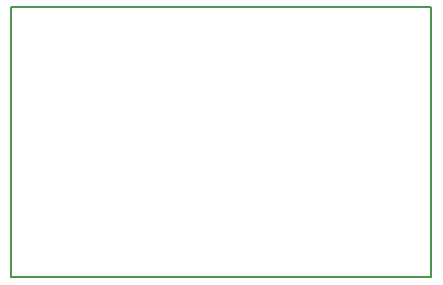
<source format=gbr>
G04 #@! TF.FileFunction,Profile,NP*
%FSLAX46Y46*%
G04 Gerber Fmt 4.6, Leading zero omitted, Abs format (unit mm)*
G04 Created by KiCad (PCBNEW 4.0.6) date 06/24/17 11:57:51*
%MOMM*%
%LPD*%
G01*
G04 APERTURE LIST*
%ADD10C,0.100000*%
%ADD11C,0.150000*%
G04 APERTURE END LIST*
D10*
D11*
X179070000Y-87630000D02*
X143510000Y-87630000D01*
X179070000Y-64770000D02*
X179070000Y-87630000D01*
X143510000Y-64770000D02*
X179070000Y-64770000D01*
X143510000Y-87630000D02*
X143510000Y-64770000D01*
M02*

</source>
